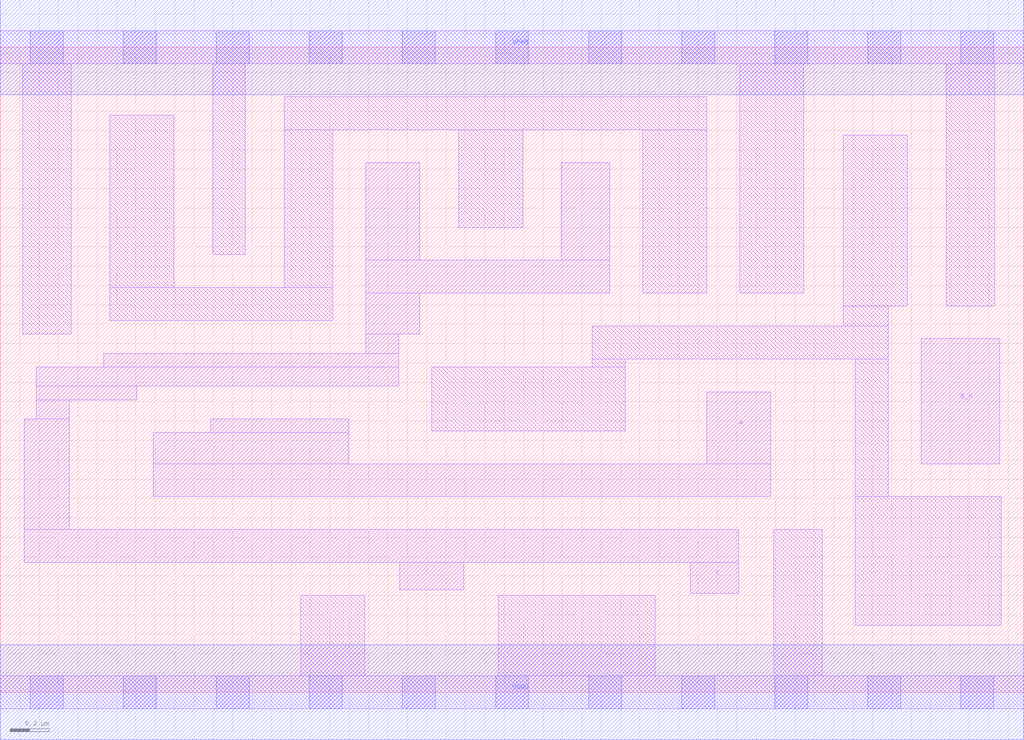
<source format=lef>
# Copyright 2020 The SkyWater PDK Authors
#
# Licensed under the Apache License, Version 2.0 (the "License");
# you may not use this file except in compliance with the License.
# You may obtain a copy of the License at
#
#     https://www.apache.org/licenses/LICENSE-2.0
#
# Unless required by applicable law or agreed to in writing, software
# distributed under the License is distributed on an "AS IS" BASIS,
# WITHOUT WARRANTIES OR CONDITIONS OF ANY KIND, either express or implied.
# See the License for the specific language governing permissions and
# limitations under the License.
#
# SPDX-License-Identifier: Apache-2.0

VERSION 5.5 ;
NAMESCASESENSITIVE ON ;
BUSBITCHARS "[]" ;
DIVIDERCHAR "/" ;
MACRO sky130_fd_sc_ls__nor2b_4
  CLASS CORE ;
  SOURCE USER ;
  ORIGIN  0.000000  0.000000 ;
  SIZE  5.280000 BY  3.330000 ;
  SYMMETRY X Y ;
  SITE unit ;
  PIN A
    ANTENNAGATEAREA  0.894000 ;
    DIRECTION INPUT ;
    USE SIGNAL ;
    PORT
      LAYER li1 ;
        RECT 0.790000 1.010000 3.975000 1.180000 ;
        RECT 0.790000 1.180000 1.795000 1.340000 ;
        RECT 1.085000 1.340000 1.795000 1.410000 ;
        RECT 3.645000 1.180000 3.975000 1.550000 ;
    END
  END A
  PIN B_N
    ANTENNAGATEAREA  0.363000 ;
    DIRECTION INPUT ;
    USE SIGNAL ;
    PORT
      LAYER li1 ;
        RECT 4.750000 1.180000 5.155000 1.825000 ;
    END
  END B_N
  PIN Y
    ANTENNADIFFAREA  1.086400 ;
    DIRECTION OUTPUT ;
    USE SIGNAL ;
    PORT
      LAYER li1 ;
        RECT 0.125000 0.670000 3.810000 0.840000 ;
        RECT 0.125000 0.840000 0.355000 1.410000 ;
        RECT 0.185000 1.410000 0.355000 1.510000 ;
        RECT 0.185000 1.510000 0.705000 1.580000 ;
        RECT 0.185000 1.580000 2.055000 1.680000 ;
        RECT 0.535000 1.680000 2.055000 1.750000 ;
        RECT 1.885000 1.750000 2.055000 1.850000 ;
        RECT 1.885000 1.850000 2.165000 2.060000 ;
        RECT 1.885000 2.060000 3.145000 2.230000 ;
        RECT 1.885000 2.230000 2.165000 2.735000 ;
        RECT 2.060000 0.530000 2.390000 0.670000 ;
        RECT 2.895000 2.230000 3.145000 2.735000 ;
        RECT 3.560000 0.510000 3.810000 0.670000 ;
    END
  END Y
  PIN VGND
    DIRECTION INOUT ;
    SHAPE ABUTMENT ;
    USE GROUND ;
    PORT
      LAYER met1 ;
        RECT 0.000000 -0.245000 5.280000 0.245000 ;
    END
  END VGND
  PIN VNB
    DIRECTION INOUT ;
    USE GROUND ;
    PORT
    END
  END VNB
  PIN VPB
    DIRECTION INOUT ;
    USE POWER ;
    PORT
    END
  END VPB
  PIN VPWR
    DIRECTION INOUT ;
    SHAPE ABUTMENT ;
    USE POWER ;
    PORT
      LAYER met1 ;
        RECT 0.000000 3.085000 5.280000 3.575000 ;
    END
  END VPWR
  OBS
    LAYER li1 ;
      RECT 0.000000 -0.085000 5.280000 0.085000 ;
      RECT 0.000000  3.245000 5.280000 3.415000 ;
      RECT 0.115000  1.850000 0.365000 3.245000 ;
      RECT 0.565000  1.920000 1.715000 2.090000 ;
      RECT 0.565000  2.090000 0.895000 2.980000 ;
      RECT 1.095000  2.260000 1.265000 3.245000 ;
      RECT 1.465000  2.090000 1.715000 2.905000 ;
      RECT 1.465000  2.905000 3.645000 3.075000 ;
      RECT 1.550000  0.085000 1.880000 0.500000 ;
      RECT 2.225000  1.350000 3.225000 1.680000 ;
      RECT 2.365000  2.400000 2.695000 2.905000 ;
      RECT 2.570000  0.085000 3.380000 0.500000 ;
      RECT 3.055000  1.680000 3.225000 1.720000 ;
      RECT 3.055000  1.720000 4.580000 1.890000 ;
      RECT 3.315000  2.060000 3.645000 2.905000 ;
      RECT 3.815000  2.060000 4.145000 3.245000 ;
      RECT 3.990000  0.085000 4.240000 0.840000 ;
      RECT 4.350000  1.890000 4.580000 1.995000 ;
      RECT 4.350000  1.995000 4.680000 2.875000 ;
      RECT 4.410000  0.345000 5.165000 1.010000 ;
      RECT 4.410000  1.010000 4.580000 1.720000 ;
      RECT 4.880000  1.995000 5.130000 3.245000 ;
    LAYER mcon ;
      RECT 0.155000 -0.085000 0.325000 0.085000 ;
      RECT 0.155000  3.245000 0.325000 3.415000 ;
      RECT 0.635000 -0.085000 0.805000 0.085000 ;
      RECT 0.635000  3.245000 0.805000 3.415000 ;
      RECT 1.115000 -0.085000 1.285000 0.085000 ;
      RECT 1.115000  3.245000 1.285000 3.415000 ;
      RECT 1.595000 -0.085000 1.765000 0.085000 ;
      RECT 1.595000  3.245000 1.765000 3.415000 ;
      RECT 2.075000 -0.085000 2.245000 0.085000 ;
      RECT 2.075000  3.245000 2.245000 3.415000 ;
      RECT 2.555000 -0.085000 2.725000 0.085000 ;
      RECT 2.555000  3.245000 2.725000 3.415000 ;
      RECT 3.035000 -0.085000 3.205000 0.085000 ;
      RECT 3.035000  3.245000 3.205000 3.415000 ;
      RECT 3.515000 -0.085000 3.685000 0.085000 ;
      RECT 3.515000  3.245000 3.685000 3.415000 ;
      RECT 3.995000 -0.085000 4.165000 0.085000 ;
      RECT 3.995000  3.245000 4.165000 3.415000 ;
      RECT 4.475000 -0.085000 4.645000 0.085000 ;
      RECT 4.475000  3.245000 4.645000 3.415000 ;
      RECT 4.955000 -0.085000 5.125000 0.085000 ;
      RECT 4.955000  3.245000 5.125000 3.415000 ;
  END
END sky130_fd_sc_ls__nor2b_4
END LIBRARY

</source>
